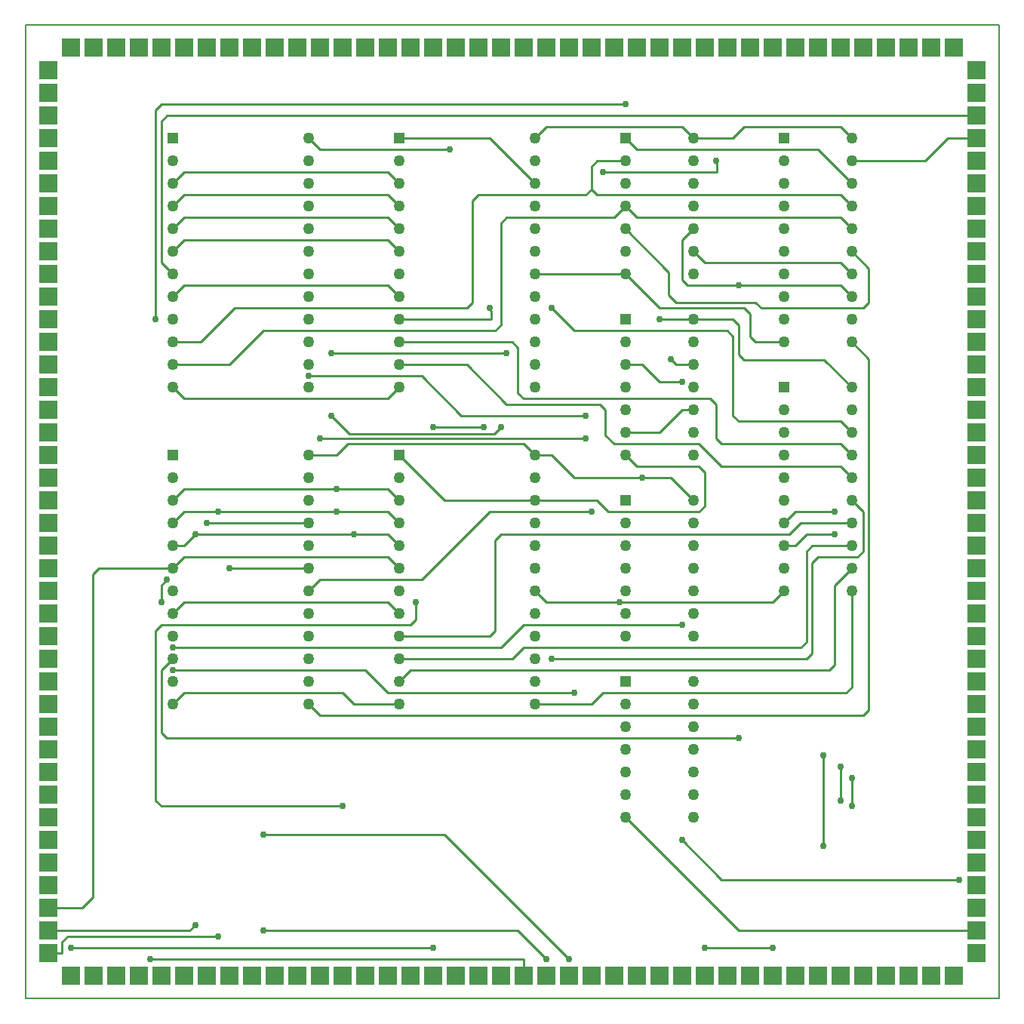
<source format=gbr>
G04 PROTEUS GERBER X2 FILE*
%TF.GenerationSoftware,Labcenter,Proteus,8.13-SP0-Build31525*%
%TF.CreationDate,2022-07-18T16:51:56+00:00*%
%TF.FileFunction,Copper,L1,Top*%
%TF.FilePolarity,Positive*%
%TF.Part,Single*%
%TF.SameCoordinates,{ef34fe09-6a13-4269-aa04-aafbd3ed972e}*%
%FSLAX45Y45*%
%MOMM*%
G01*
%TA.AperFunction,Conductor*%
%ADD10C,0.254000*%
%TA.AperFunction,ViaPad*%
%ADD11C,0.762000*%
%TA.AperFunction,ComponentPad*%
%ADD12R,2.032000X2.032000*%
%TA.AperFunction,ComponentPad*%
%ADD13R,1.270000X1.270000*%
%ADD14C,1.270000*%
%TA.AperFunction,Profile*%
%ADD15C,0.203200*%
%TD.AperFunction*%
D10*
X+1905000Y+1206500D02*
X+1651000Y+1206500D01*
X+1460500Y+1397000D01*
X+1270000Y+1397000D01*
X+2032000Y+889000D02*
X+1905000Y+889000D01*
X+1651000Y+635000D01*
X+1270000Y+635000D01*
X-3810000Y+2413000D02*
X-3937000Y+2540000D01*
X-3937000Y+4127500D01*
X-3873500Y+4191000D01*
X+5207000Y+4191000D01*
X+3810000Y+3683001D02*
X+3810000Y+3683000D01*
X+4635500Y+3683001D01*
X+4889499Y+3937000D01*
X+5207000Y+3937000D01*
X-1270000Y+2159000D02*
X-1397000Y+2286000D01*
X-3683000Y+2286000D01*
X-3810000Y+2159000D01*
X-1397000Y-1270000D02*
X-3683000Y-1270000D01*
X-3810000Y-1397000D01*
X-1270000Y-1397000D02*
X-1397000Y-1270000D01*
X-3810000Y-889000D02*
X-4639401Y-889000D01*
X-4702901Y-952500D01*
X-4702901Y-4575901D01*
X-4826000Y-4699000D01*
X-5207000Y-4699000D01*
X-3810000Y-889000D02*
X-3683000Y-762000D01*
X-1460500Y-762000D01*
X-1270000Y+2667000D02*
X-1397000Y+2794000D01*
X-3683000Y+2794000D01*
X-3810000Y+2667000D01*
X-1270000Y-889000D02*
X-1397000Y-762000D01*
X-1460500Y-762000D01*
X-3556000Y-508000D02*
X-1778000Y-508000D01*
X-3556000Y-508000D02*
X-3683000Y-635000D01*
X-3810000Y-635000D01*
X-1651000Y-508000D02*
X-1397000Y-508000D01*
X-1270000Y-635000D01*
X-1651000Y-508000D02*
X-1778000Y-508000D01*
X-3556000Y-4889500D02*
X-3619500Y-4953000D01*
X-5207000Y-4953000D01*
X-1270000Y+2921000D02*
X-1397000Y+3048000D01*
X-3683000Y+3048000D01*
X-3810000Y+2921000D01*
X-3556000Y-254000D02*
X-3302000Y-254000D01*
X-3302000Y-5016500D02*
X-4984750Y-5016500D01*
X-5048250Y-5080000D01*
X-5048250Y-5207000D01*
X-5207000Y-5207000D01*
X-3556000Y-254000D02*
X-3683000Y-254000D01*
X-3810000Y-381000D01*
X-1968500Y-254000D02*
X-3302000Y-254000D01*
X-1841500Y-254000D02*
X-1968500Y-254000D01*
X-1651000Y-254000D02*
X-1841500Y-254000D01*
X-1270000Y+3175000D02*
X-1397000Y+3302000D01*
X-3683000Y+3302000D01*
X-3810000Y+3175000D01*
X-1651000Y-254000D02*
X-1397000Y-254000D01*
X-1270000Y-381000D01*
X-1968500Y+0D02*
X-3683000Y+0D01*
X-3810000Y-127000D01*
X-2413000Y+3556000D02*
X-3683000Y+3556000D01*
X-3810000Y+3429000D01*
X-1397000Y+3556000D02*
X-2413000Y+3556000D01*
X-1841500Y+0D02*
X-1968500Y+0D01*
X-1270000Y+3429000D02*
X-1397000Y+3556000D01*
X-1841500Y+0D02*
X-1397000Y+0D01*
X-1270000Y-127000D01*
X-1079500Y-1270000D02*
X-1079500Y-1460500D01*
X-1143000Y-1524000D01*
X-3937000Y-1524000D01*
X-4000500Y-1587500D01*
X-4000500Y-3492500D01*
X-3937000Y-3556000D01*
X-1905000Y-3556000D01*
X-3873500Y-1016000D02*
X-3937000Y-1079500D01*
X-3937000Y-1270000D01*
X-3429000Y-381000D02*
X-3428999Y-380999D01*
X-2286000Y-381000D01*
X-2286000Y-380999D01*
X-3175000Y-889000D02*
X-2286000Y-889000D01*
X-889000Y-5143500D02*
X-4953000Y-5143500D01*
X-63500Y+1524000D02*
X-2032000Y+1524000D01*
X-127000Y+698500D02*
X-203200Y+622300D01*
X-1828800Y+622300D01*
X-2032000Y+825500D01*
X+825500Y+571500D02*
X-2159000Y+571500D01*
X-4064000Y-5270500D02*
X+127000Y-5270500D01*
X+127000Y-5461000D01*
X+381000Y-5270500D02*
X+63500Y-4953000D01*
X-2794000Y-4953000D01*
X+635000Y-5270500D02*
X-762000Y-3873500D01*
X-2794000Y-3873500D01*
X+889000Y-254000D02*
X-254000Y-254000D01*
X-1016000Y-1016000D01*
X-2159000Y-1016000D01*
X-2286000Y-1143000D01*
X+1270000Y+3937000D02*
X+1397000Y+3810000D01*
X+3429001Y+3810000D01*
X+3810000Y+3429000D01*
X+3810000Y+3429001D01*
X-4000500Y+1905000D02*
X-4000500Y+4254500D01*
X-3937000Y+4318000D01*
X+1270000Y+4318000D01*
X+3810000Y+127000D02*
X+3683000Y+254000D01*
X+2349500Y+254000D01*
X+2095500Y+508000D01*
X+1143000Y+508000D01*
X+1048232Y+602768D01*
X+1048232Y+889000D01*
X+984732Y+952500D01*
X-63500Y+952500D01*
X-508000Y+1397000D01*
X-1270000Y+1397000D01*
X+444500Y-1905000D02*
X+3302000Y-1905000D01*
X+3365500Y-1841500D01*
X+3365500Y-825500D01*
X+3429000Y-762000D01*
X+3873500Y-762000D01*
X+3937000Y-698500D01*
X+3937000Y-254000D01*
X+3810000Y-127000D01*
X+3810000Y-381000D02*
X+3238500Y-381000D01*
X+3111500Y-508000D01*
X-127000Y-508000D01*
X-190500Y-571500D01*
X-190500Y-1587500D01*
X-254000Y-1651000D01*
X-1270000Y-1651000D01*
X+3810000Y-635000D02*
X+3365500Y-635000D01*
X+3302000Y-698500D01*
X+3302000Y-1714500D01*
X+3238500Y-1778000D01*
X+127000Y-1778000D01*
X+0Y-1905000D01*
X-1270000Y-1905000D01*
X-1270000Y-2159000D02*
X-1143000Y-2032000D01*
X+3556000Y-2032000D01*
X+3619500Y-1968500D01*
X+3619500Y-1079500D01*
X+3810000Y-889000D01*
X+3810000Y-1143000D02*
X+3810000Y-2222500D01*
X+3746500Y-2286000D01*
X+1016000Y-2286000D01*
X+889000Y-2413000D01*
X+254000Y-2413000D01*
X+889000Y+3365500D02*
X+825500Y+3302000D01*
X-381000Y+3302000D01*
X-444500Y+3238500D01*
X-444500Y+2095500D01*
X-508000Y+2032000D01*
X-3111500Y+2032000D01*
X-3492500Y+1651000D01*
X-3810000Y+1651000D01*
X+889000Y+3365500D02*
X+952500Y+3302000D01*
X+3683000Y+3302000D01*
X+3810000Y+3175000D01*
X+889000Y+3365500D02*
X+889000Y+3619500D01*
X+952500Y+3683000D01*
X+1270000Y+3683000D01*
X+1270000Y+3175000D02*
X+1143000Y+3048000D01*
X-63500Y+3048000D01*
X-127000Y+2984500D01*
X-127000Y+1841500D01*
X-190500Y+1778000D01*
X-2794000Y+1778000D01*
X-3175000Y+1397000D01*
X-3810000Y+1397000D01*
X+1270000Y+3175000D02*
X+1397000Y+3048000D01*
X+3683000Y+3048000D01*
X+3810000Y+2921000D01*
X-2286000Y+1270000D02*
X-1016000Y+1270000D01*
X-571500Y+825500D01*
X+825500Y+825500D01*
X+1270000Y+2921000D02*
X+1752850Y+2438150D01*
X+1752850Y+2184150D01*
X+1841500Y+2095500D01*
X+2730500Y+2095500D01*
X+2794000Y+2032000D01*
X+3937000Y+2032000D01*
X+4000500Y+2095500D01*
X+4000500Y+2476500D01*
X+3810000Y+2667000D01*
X-3810000Y-1778000D02*
X-127000Y-1778000D01*
X+127000Y-1524000D01*
X+1905000Y-1524000D01*
X+2032000Y+2667000D02*
X+2159000Y+2540000D01*
X+3683000Y+2540000D01*
X+3810000Y+2413000D01*
X+2540000Y+2286000D02*
X+1968500Y+2286000D01*
X+1905000Y+2349500D01*
X+1905000Y+2794000D01*
X+2032000Y+2921000D01*
X+2540000Y+2286000D02*
X+3683000Y+2286000D01*
X+3810000Y+2159000D01*
X+2540000Y-2794000D02*
X-3873500Y-2794000D01*
X-3937000Y-2730500D01*
X-3937000Y-2032000D01*
X-3810000Y-1905000D01*
X-3810000Y-2032000D02*
X-1651000Y-2032000D01*
X-1397000Y-2286000D01*
X+698500Y-2286000D01*
X+3810000Y+1651000D02*
X+4000500Y+1460500D01*
X+4000500Y-2476500D01*
X+3937000Y-2540000D01*
X-2159000Y-2540000D01*
X-2286000Y-2413000D01*
X+444500Y+2032000D02*
X+698500Y+1778000D01*
X+2413000Y+1778000D01*
X+2476500Y+1714500D01*
X+2476500Y+825500D01*
X+2540000Y+762000D01*
X+3683001Y+762000D01*
X+3810000Y+635000D01*
X+3810000Y+635001D01*
X-254000Y+2032000D02*
X-254000Y+2017831D01*
X-230069Y+1993900D01*
X-230069Y+1905000D01*
X-1270000Y+1905000D01*
X-1270000Y+1651000D02*
X+0Y+1651000D01*
X+63500Y+1587500D01*
X+63500Y+1079500D01*
X+127000Y+1016000D01*
X+2222500Y+1016000D01*
X+2286000Y+952500D01*
X+2286000Y+571500D01*
X+2349500Y+508000D01*
X+3683000Y+508000D01*
X+3810000Y+381000D01*
X+2286000Y+3683000D02*
X+2286000Y+3657826D01*
X+2298926Y+3644900D01*
X+2298926Y+3556000D01*
X+1016000Y+3556000D01*
X+3683000Y-3492500D02*
X+3683000Y-3111500D01*
X+3810000Y-3238500D02*
X+3810000Y-3556000D01*
X+3619500Y-254000D02*
X+3175000Y-254000D01*
X+3048000Y-381000D01*
X+3619500Y-508000D02*
X+3302000Y-508000D01*
X+3175000Y-635000D01*
X+3048000Y-635000D01*
X+2159000Y-5143500D02*
X+2921000Y-5143500D01*
X+3492500Y-4000500D02*
X+3492500Y-2984500D01*
X+1270000Y-3683000D02*
X+2540000Y-4953000D01*
X+5207000Y-4953000D01*
X+1270000Y+2413000D02*
X+1651000Y+2032000D01*
X+2603500Y+2032000D01*
X+2667000Y+1968500D01*
X+2667000Y+1714500D01*
X+2730500Y+1651000D01*
X+3048000Y+1651000D01*
X+254000Y+3429001D02*
X+254000Y+3429000D01*
X-253999Y+3937000D01*
X-1270000Y+3937000D01*
X-1270000Y+381000D02*
X-762001Y-126999D01*
X+254000Y-127000D01*
X+254000Y-126999D01*
X+952500Y-126999D01*
X+1079501Y-254000D01*
X+2095500Y-254000D01*
X+2159000Y-190500D01*
X+2159000Y+190500D01*
X+2095500Y+254000D01*
X+1397000Y+254000D01*
X+1270000Y+381000D01*
X+1206500Y-1270000D02*
X+2921000Y-1270000D01*
X+3048000Y-1143000D01*
X+254000Y-1143000D02*
X+381000Y-1270000D01*
X+1206500Y-1270000D01*
X-1270000Y-2413000D02*
X-1778000Y-2413000D01*
X-1905000Y-2286000D01*
X-3683000Y-2286000D01*
X-3810000Y-2413000D01*
X-1270000Y+1143000D02*
X-1397000Y+1016000D01*
X-3683000Y+1016000D01*
X-3810000Y+1143000D01*
X+254000Y+2413000D02*
X+1270000Y+2413000D01*
X+1778000Y+1460500D02*
X+1841499Y+1397001D01*
X+2032000Y+1397000D01*
X+2032000Y+1397001D01*
X-317500Y+698500D02*
X-889000Y+698500D01*
X+2032000Y+1905000D02*
X+2476500Y+1905000D01*
X+2540000Y+1841500D01*
X+2540000Y+1511785D01*
X+2603500Y+1448285D01*
X+3504715Y+1448285D01*
X+3810000Y+1143000D01*
X+1905000Y-3937000D02*
X+2349500Y-4381500D01*
X+5016500Y-4381500D01*
X+1587500Y+127000D02*
X+1460500Y+127000D01*
X+2032000Y-127000D02*
X+1778000Y+127000D01*
X+1587500Y+127000D01*
X+254000Y+381000D02*
X+127000Y+508000D01*
X-1841500Y+508000D01*
X-1968500Y+381000D01*
X-2286000Y+381000D01*
X+254000Y+3937000D02*
X+381000Y+4064000D01*
X+1905000Y+4064000D01*
X+2032000Y+3937000D01*
X+2476500Y+3937000D01*
X+2603500Y+4064000D01*
X+3683000Y+4064000D01*
X+3810000Y+3937000D01*
X+2032000Y+1905000D02*
X+1651000Y+1905000D01*
X-698500Y+3810000D02*
X-2159000Y+3810000D01*
X-2286000Y+3937000D01*
X+254000Y+381000D02*
X+444500Y+381000D01*
X+698500Y+127000D01*
X+1460500Y+127000D01*
D11*
X+1905000Y+1206500D03*
X-1778000Y-508000D03*
X-3556000Y-508000D03*
X-3556000Y-4889500D03*
X-3302000Y-254000D03*
X-3302000Y-5016500D03*
X-1968500Y-254000D03*
X-1968500Y+0D03*
X-1905000Y-3556000D03*
X-1079500Y-1270000D03*
X-3937000Y-1270000D03*
X-3873500Y-1016000D03*
X-3429000Y-381000D03*
X-3175000Y-889000D03*
X-4953000Y-5143500D03*
X-889000Y-5143500D03*
X-2032000Y+1524000D03*
X-63500Y+1524000D03*
X-2032000Y+825500D03*
X-127000Y+698500D03*
X-2159000Y+571500D03*
X+825500Y+571500D03*
X-4064000Y-5270500D03*
X-2794000Y-4953000D03*
X+381000Y-5270500D03*
X-2794000Y-3873500D03*
X+635000Y-5270500D03*
X+889000Y-254000D03*
X+1270000Y+4318000D03*
X-4000500Y+1905000D03*
X+444500Y-1905000D03*
X+825500Y+825500D03*
X-2286000Y+1270000D03*
X+1905000Y-1524000D03*
X-3810000Y-1778000D03*
X+2540000Y-2794000D03*
X+2540000Y+2286000D03*
X+698500Y-2286000D03*
X-3810000Y-2032000D03*
X+444500Y+2032000D03*
X-254000Y+2032000D03*
X+1016000Y+3556000D03*
X+2286000Y+3683000D03*
X+3683000Y-3111500D03*
X+3683000Y-3492500D03*
X+3810000Y-3556000D03*
X+3810000Y-3238500D03*
X+3619500Y-254000D03*
X+3619500Y-508000D03*
X+2921000Y-5143500D03*
X+2159000Y-5143500D03*
X+3492500Y-2984500D03*
X+3492500Y-4000500D03*
X+1206500Y-1270000D03*
X+1778000Y+1460500D03*
X-889000Y+698500D03*
X-317500Y+698500D03*
X+5016500Y-4381500D03*
X+1905000Y-3937000D03*
X+1460500Y+127000D03*
X-698500Y+3810000D03*
X+1651000Y+1905000D03*
D12*
X-2921000Y+4953000D03*
X-2667000Y+4953000D03*
X-2413000Y+4953000D03*
X-2159000Y+4953000D03*
X-1905000Y+4953000D03*
X-1651000Y+4953000D03*
X-1397000Y+4953000D03*
X-1143000Y+4953000D03*
X-889000Y+4953000D03*
X-635000Y+4953000D03*
X-381000Y+4953000D03*
X-127000Y+4953000D03*
X+127000Y+4953000D03*
X+381000Y+4953000D03*
X+635000Y+4953000D03*
X+889000Y+4953000D03*
X+1143000Y+4953000D03*
X+1397000Y+4953000D03*
X+1651000Y+4953000D03*
X+1905000Y+4953000D03*
X+2159000Y+4953000D03*
X+2413000Y+4953000D03*
X+2667000Y+4953000D03*
X+2921000Y+4953000D03*
X+3175000Y+4953000D03*
X+3429000Y+4953000D03*
X+3683000Y+4953000D03*
X+3937000Y+4953000D03*
X+4191000Y+4953000D03*
X+4445000Y+4953000D03*
X+4699000Y+4953000D03*
X+4953000Y+4953000D03*
X-4953000Y+4953000D03*
X-4699000Y+4953000D03*
X-4445000Y+4953000D03*
X-4191000Y+4953000D03*
X-3937000Y+4953000D03*
X-3683000Y+4953000D03*
X-3429000Y+4953000D03*
X-3175000Y+4953000D03*
X-4953000Y-5461000D03*
X-4699000Y-5461000D03*
X-4445000Y-5461000D03*
X-4191000Y-5461000D03*
X-3937000Y-5461000D03*
X-3683000Y-5461000D03*
X-3429000Y-5461000D03*
X-3175000Y-5461000D03*
X-2921000Y-5461000D03*
X-2667000Y-5461000D03*
X-2413000Y-5461000D03*
X-2159000Y-5461000D03*
X-1905000Y-5461000D03*
X-1651000Y-5461000D03*
X-1397000Y-5461000D03*
X-1143000Y-5461000D03*
X-889000Y-5461000D03*
X-635000Y-5461000D03*
X-381000Y-5461000D03*
X-127000Y-5461000D03*
X+127000Y-5461000D03*
X+381000Y-5461000D03*
X+635000Y-5461000D03*
X+889000Y-5461000D03*
X+1143000Y-5461000D03*
X+1397000Y-5461000D03*
X+1651000Y-5461000D03*
X+1905000Y-5461000D03*
X+2159000Y-5461000D03*
X+2413000Y-5461000D03*
X+2667000Y-5461000D03*
X+2921000Y-5461000D03*
X+3175000Y-5461000D03*
X+3429000Y-5461000D03*
X+3683000Y-5461000D03*
X+3937000Y-5461000D03*
X+4191000Y-5461000D03*
X+4445000Y-5461000D03*
X+4699000Y-5461000D03*
X+4953000Y-5461000D03*
X-5207000Y+4699000D03*
X-5207000Y+4445000D03*
X-5207000Y+4191000D03*
X-5207000Y+3937000D03*
X-5207000Y+3683000D03*
X-5207000Y+3429000D03*
X-5207000Y+3175000D03*
X-5207000Y+2921000D03*
X-5207000Y+2667000D03*
X-5207000Y+2413000D03*
X-5207000Y+2159000D03*
X-5207000Y+1905000D03*
X-5207000Y+1651000D03*
X-5207000Y+1397000D03*
X-5207000Y+1143000D03*
X-5207000Y+889000D03*
X-5207000Y+635000D03*
X-5207000Y+381000D03*
X-5207000Y+127000D03*
X-5207000Y-127000D03*
X-5207000Y-381000D03*
X-5207000Y-635000D03*
X-5207000Y-889000D03*
X-5207000Y-1143000D03*
X-5207000Y-1397000D03*
X-5207000Y-1651000D03*
X-5207000Y-1905000D03*
X-5207000Y-2159000D03*
X-5207000Y-2413000D03*
X-5207000Y-2667000D03*
X-5207000Y-2921000D03*
X-5207000Y-3175000D03*
X-5207000Y-3429000D03*
X-5207000Y-3683000D03*
X-5207000Y-3937000D03*
X-5207000Y-4191000D03*
X-5207000Y-4445000D03*
X-5207000Y-4699000D03*
X-5207000Y-4953000D03*
X-5207000Y-5207000D03*
X+5207000Y+4699000D03*
X+5207000Y+4445000D03*
X+5207000Y+4191000D03*
X+5207000Y+3937000D03*
X+5207000Y+3683000D03*
X+5207000Y+3429000D03*
X+5207000Y+3175000D03*
X+5207000Y+2921000D03*
X+5207000Y+2667000D03*
X+5207000Y+2413000D03*
X+5207000Y+2159000D03*
X+5207000Y+1905000D03*
X+5207000Y+1651000D03*
X+5207000Y+1397000D03*
X+5207000Y+1143000D03*
X+5207000Y+889000D03*
X+5207000Y+635000D03*
X+5207000Y+381000D03*
X+5207000Y+127000D03*
X+5207000Y-127000D03*
X+5207000Y-381000D03*
X+5207000Y-635000D03*
X+5207000Y-889000D03*
X+5207000Y-1143000D03*
X+5207000Y-1397000D03*
X+5207000Y-1651000D03*
X+5207000Y-1905000D03*
X+5207000Y-2159000D03*
X+5207000Y-2413000D03*
X+5207000Y-2667000D03*
X+5207000Y-2921000D03*
X+5207000Y-3175000D03*
X+5207000Y-3429000D03*
X+5207000Y-3683000D03*
X+5207000Y-3937000D03*
X+5207000Y-4191000D03*
X+5207000Y-4445000D03*
X+5207000Y-4699000D03*
X+5207000Y-4953000D03*
X+5207000Y-5207000D03*
D13*
X-3810000Y+3937000D03*
D14*
X-3810000Y+3683000D03*
X-3810000Y+3429000D03*
X-3810000Y+3175000D03*
X-3810000Y+2921000D03*
X-3810000Y+2667000D03*
X-3810000Y+2413000D03*
X-3810000Y+2159000D03*
X-3810000Y+1905000D03*
X-3810000Y+1651000D03*
X-3810000Y+1397000D03*
X-3810000Y+1143000D03*
X-2286000Y+1143000D03*
X-2286000Y+1397000D03*
X-2286000Y+1651000D03*
X-2286000Y+1905000D03*
X-2286000Y+2159000D03*
X-2286000Y+2413000D03*
X-2286000Y+2667000D03*
X-2286000Y+2921000D03*
X-2286000Y+3175000D03*
X-2286000Y+3429000D03*
X-2286000Y+3683000D03*
X-2286000Y+3937000D03*
D13*
X-3810000Y+381000D03*
D14*
X-3810000Y+127000D03*
X-3810000Y-127000D03*
X-3810000Y-381000D03*
X-3810000Y-635000D03*
X-3810000Y-889000D03*
X-3810000Y-1143000D03*
X-3810000Y-1397000D03*
X-3810000Y-1651000D03*
X-3810000Y-1905000D03*
X-3810000Y-2159000D03*
X-3810000Y-2413000D03*
X-2286000Y-2413000D03*
X-2286000Y-2159000D03*
X-2286000Y-1905000D03*
X-2286000Y-1651000D03*
X-2286000Y-1397000D03*
X-2286000Y-1143000D03*
X-2286000Y-889000D03*
X-2286000Y-635000D03*
X-2286000Y-381000D03*
X-2286000Y-127000D03*
X-2286000Y+127000D03*
X-2286000Y+381000D03*
D13*
X-1270000Y+3937000D03*
D14*
X-1270000Y+3683000D03*
X-1270000Y+3429000D03*
X-1270000Y+3175000D03*
X-1270000Y+2921000D03*
X-1270000Y+2667000D03*
X-1270000Y+2413000D03*
X-1270000Y+2159000D03*
X-1270000Y+1905000D03*
X-1270000Y+1651000D03*
X-1270000Y+1397000D03*
X-1270000Y+1143000D03*
X+254000Y+1143000D03*
X+254000Y+1397000D03*
X+254000Y+1651000D03*
X+254000Y+1905000D03*
X+254000Y+2159000D03*
X+254000Y+2413000D03*
X+254000Y+2667000D03*
X+254000Y+2921000D03*
X+254000Y+3175000D03*
X+254000Y+3429000D03*
X+254000Y+3683000D03*
X+254000Y+3937000D03*
D13*
X-1270000Y+381000D03*
D14*
X-1270000Y+127000D03*
X-1270000Y-127000D03*
X-1270000Y-381000D03*
X-1270000Y-635000D03*
X-1270000Y-889000D03*
X-1270000Y-1143000D03*
X-1270000Y-1397000D03*
X-1270000Y-1651000D03*
X-1270000Y-1905000D03*
X-1270000Y-2159000D03*
X-1270000Y-2413000D03*
X+254000Y-2413000D03*
X+254000Y-2159000D03*
X+254000Y-1905000D03*
X+254000Y-1651000D03*
X+254000Y-1397000D03*
X+254000Y-1143000D03*
X+254000Y-889000D03*
X+254000Y-635000D03*
X+254000Y-381000D03*
X+254000Y-127000D03*
X+254000Y+127000D03*
X+254000Y+381000D03*
D13*
X+1270000Y+3937000D03*
D14*
X+1270000Y+3683000D03*
X+1270000Y+3429000D03*
X+1270000Y+3175000D03*
X+1270000Y+2921000D03*
X+1270000Y+2667000D03*
X+1270000Y+2413000D03*
X+2032000Y+2413000D03*
X+2032000Y+2667000D03*
X+2032000Y+2921000D03*
X+2032000Y+3175000D03*
X+2032000Y+3429000D03*
X+2032000Y+3683000D03*
X+2032000Y+3937000D03*
D13*
X+1270000Y+1905000D03*
D14*
X+1270000Y+1651000D03*
X+1270000Y+1397000D03*
X+1270000Y+1143000D03*
X+1270000Y+889000D03*
X+1270000Y+635000D03*
X+1270000Y+381000D03*
X+2032000Y+381000D03*
X+2032000Y+635000D03*
X+2032000Y+889000D03*
X+2032000Y+1143000D03*
X+2032000Y+1397000D03*
X+2032000Y+1651000D03*
X+2032000Y+1905000D03*
D13*
X+1270000Y-127000D03*
D14*
X+1270000Y-381000D03*
X+1270000Y-635000D03*
X+1270000Y-889000D03*
X+1270000Y-1143000D03*
X+1270000Y-1397000D03*
X+1270000Y-1651000D03*
X+2032000Y-1651000D03*
X+2032000Y-1397000D03*
X+2032000Y-1143000D03*
X+2032000Y-889000D03*
X+2032000Y-635000D03*
X+2032000Y-381000D03*
X+2032000Y-127000D03*
D13*
X+1270000Y-2159000D03*
D14*
X+1270000Y-2413000D03*
X+1270000Y-2667000D03*
X+1270000Y-2921000D03*
X+1270000Y-3175000D03*
X+1270000Y-3429000D03*
X+1270000Y-3683000D03*
X+2032000Y-3683000D03*
X+2032000Y-3429000D03*
X+2032000Y-3175000D03*
X+2032000Y-2921000D03*
X+2032000Y-2667000D03*
X+2032000Y-2413000D03*
X+2032000Y-2159000D03*
D13*
X+3048000Y+3937000D03*
D14*
X+3048000Y+3683000D03*
X+3048000Y+3429000D03*
X+3048000Y+3175000D03*
X+3048000Y+2921000D03*
X+3048000Y+2667000D03*
X+3048000Y+2413000D03*
X+3048000Y+2159000D03*
X+3048000Y+1905000D03*
X+3048000Y+1651000D03*
X+3810000Y+1651000D03*
X+3810000Y+1905000D03*
X+3810000Y+2159000D03*
X+3810000Y+2413000D03*
X+3810000Y+2667000D03*
X+3810000Y+2921000D03*
X+3810000Y+3175000D03*
X+3810000Y+3429000D03*
X+3810000Y+3683000D03*
X+3810000Y+3937000D03*
D13*
X+3048000Y+1143000D03*
D14*
X+3048000Y+889000D03*
X+3048000Y+635000D03*
X+3048000Y+381000D03*
X+3048000Y+127000D03*
X+3048000Y-127000D03*
X+3048000Y-381000D03*
X+3048000Y-635000D03*
X+3048000Y-889000D03*
X+3048000Y-1143000D03*
X+3810000Y-1143000D03*
X+3810000Y-889000D03*
X+3810000Y-635000D03*
X+3810000Y-381000D03*
X+3810000Y-127000D03*
X+3810000Y+127000D03*
X+3810000Y+381000D03*
X+3810000Y+635000D03*
X+3810000Y+889000D03*
X+3810000Y+1143000D03*
D15*
X-5461000Y-5715000D02*
X+5461000Y-5715000D01*
X+5461000Y+5207000D01*
X-5461000Y+5207000D01*
X-5461000Y-5715000D01*
M02*

</source>
